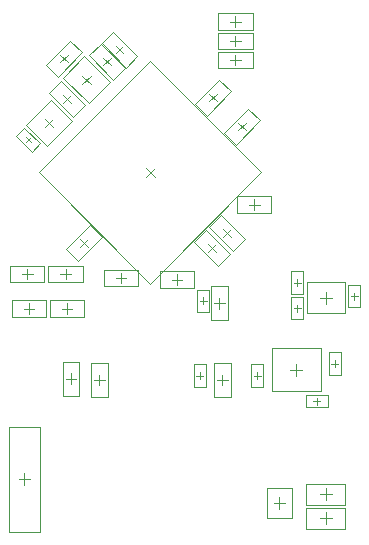
<source format=gbr>
%TF.GenerationSoftware,Altium Limited,Altium Designer,19.1.5 (86)*%
G04 Layer_Color=32896*
%FSLAX26Y26*%
%MOIN*%
%TF.FileFunction,Other,Courtyard_Top*%
%TF.Part,Single*%
G01*
G75*
%TA.AperFunction,NonConductor*%
%ADD47C,0.003937*%
%ADD88C,0.001968*%
D47*
X2335916Y1498480D02*
X2363755Y1526319D01*
X2335916D02*
X2363755Y1498480D01*
X1997820Y1690360D02*
X2025659Y1662521D01*
X1997820Y1662521D02*
X2025659Y1690360D01*
X2123021Y1835360D02*
X2150860Y1807521D01*
X2123021D02*
X2150860Y1835360D01*
X2915000Y1095000D02*
X2954370D01*
X2934685Y1075315D02*
Y1114685D01*
X2836181Y835315D02*
Y874685D01*
X2816496Y855000D02*
X2855866D01*
X1910315Y490000D02*
X1949685D01*
X1930000Y470315D02*
Y509685D01*
X2615708Y1887271D02*
X2651141D01*
X2633425Y1869554D02*
Y1904988D01*
X2590000Y802284D02*
Y837716D01*
X2572283Y820000D02*
X2607716D01*
X2678166Y1405000D02*
X2713599D01*
X2695882Y1387283D02*
Y1422716D01*
X2233620Y1160000D02*
X2269053D01*
X2251337Y1142284D02*
Y1177717D01*
X2421203Y1155000D02*
X2456636D01*
X2438920Y1137283D02*
Y1172716D01*
X2180000Y802284D02*
Y837716D01*
X2162284Y820000D02*
X2197717D01*
X2085000Y807284D02*
Y842716D01*
X2067284Y825000D02*
X2102717D01*
X2542472Y1272527D02*
X2567528Y1247473D01*
X2542472D02*
X2567528Y1272527D01*
X2580000Y1058504D02*
Y1093937D01*
X2562283Y1076220D02*
X2597716D01*
X1921772Y1173347D02*
X1957205D01*
X1939488Y1155630D02*
Y1191063D01*
X1927284Y1058347D02*
X1962716D01*
X1945000Y1040630D02*
Y1076063D01*
X2615708Y2015000D02*
X2651141D01*
X2633425Y1997283D02*
Y2032716D01*
X2615708Y1950000D02*
X2651141D01*
X2633425Y1932283D02*
Y1967716D01*
X2760315Y410000D02*
X2799685D01*
X2780000Y390315D02*
Y429685D01*
X2066968Y1155630D02*
Y1191063D01*
X2049252Y1173347D02*
X2084685D01*
X2071968Y1040630D02*
Y1076063D01*
X2054252Y1058347D02*
X2089685D01*
X1933589Y1629792D02*
X1950292Y1613089D01*
X1933589D02*
X1950292Y1629792D01*
X2839685Y1133189D02*
Y1156811D01*
X2827874Y1145000D02*
X2851496D01*
X2839685Y1048189D02*
Y1071811D01*
X2827874Y1060000D02*
X2851496D01*
X2893189Y750000D02*
X2916811D01*
X2905000Y738189D02*
Y761811D01*
X3029685Y1088189D02*
Y1111811D01*
X3017874Y1100000D02*
X3041496D01*
X2965000Y863189D02*
Y886811D01*
X2953189Y875000D02*
X2976811D01*
X2705354Y823189D02*
Y846811D01*
X2693543Y835000D02*
X2717165D01*
X2935000Y340315D02*
Y379685D01*
X2915315Y360000D02*
X2954685D01*
X2935000Y420315D02*
Y459685D01*
X2915315Y440000D02*
X2954685D01*
X2515000Y823189D02*
Y846811D01*
X2503189Y835000D02*
X2526811D01*
X2525640Y1072727D02*
Y1096349D01*
X2513829Y1084538D02*
X2537451D01*
X2234413Y1933968D02*
X2259468Y1908913D01*
X2234413D02*
X2259468Y1933968D01*
X2545403Y1749048D02*
X2570458Y1774103D01*
X2545403D02*
X2570458Y1749048D01*
X2642472Y1652473D02*
X2667528Y1677527D01*
X2642472D02*
X2667528Y1652473D01*
X2592472Y1322527D02*
X2617528Y1297473D01*
X2592472D02*
X2617528Y1322527D01*
X2115897Y1263937D02*
X2140952Y1288992D01*
X2115897D02*
X2140952Y1263937D01*
X2059413Y1768968D02*
X2084468Y1743913D01*
X2059413D02*
X2084468Y1768968D01*
X2192325Y1893968D02*
X2217380Y1868913D01*
X2192325D02*
X2217380Y1893968D01*
X2049413Y1878913D02*
X2074468Y1903968D01*
X2049413D02*
X2074468Y1878913D01*
D88*
X2349835Y1882656D02*
X2720092Y1512399D01*
X1979579D02*
X2349835Y1142142D01*
X1979579Y1512399D02*
X2349835Y1882656D01*
Y1142142D02*
X2720092Y1512399D01*
X2004780Y1599884D02*
X2088296Y1683400D01*
X1935182Y1669481D02*
X2018699Y1752997D01*
X2088296Y1683400D01*
X1935182Y1669481D02*
X2004780Y1599884D01*
X2058992Y1828400D02*
X2129981Y1899389D01*
X2143900Y1743492D02*
X2214889Y1814481D01*
X2129981Y1899389D02*
X2214889Y1814481D01*
X2058992Y1828400D02*
X2143900Y1743492D01*
X2871496Y1043819D02*
Y1146181D01*
X2997874Y1043819D02*
Y1146181D01*
X2871496D02*
X2997874D01*
X2871496Y1043819D02*
X2997874D01*
X2753504Y784134D02*
X2918858D01*
X2753504Y925866D02*
X2918858D01*
Y784134D02*
Y925866D01*
X2753504Y784134D02*
Y925866D01*
X1878819Y314803D02*
Y665197D01*
X1981181Y314803D02*
Y665197D01*
X1878819Y314803D02*
X1981181D01*
X1878819Y665197D02*
X1981181D01*
X2690512Y1859712D02*
Y1914830D01*
X2576338Y1859712D02*
Y1914830D01*
Y1859712D02*
X2690512D01*
X2576338Y1914830D02*
X2690512D01*
X2562441Y877087D02*
X2617559D01*
X2562441Y762913D02*
X2617559D01*
Y877087D01*
X2562441Y762913D02*
Y877087D01*
X2638795Y1377441D02*
Y1432559D01*
X2752969Y1377441D02*
Y1432559D01*
X2638795D02*
X2752969D01*
X2638795Y1377441D02*
X2752969D01*
X2308424Y1132441D02*
Y1187559D01*
X2194250Y1132441D02*
Y1187559D01*
Y1132441D02*
X2308424D01*
X2194250Y1187559D02*
X2308424D01*
X2381833Y1127441D02*
Y1182559D01*
X2496006Y1127441D02*
Y1182559D01*
X2381833D02*
X2496006D01*
X2381833Y1127441D02*
X2496006D01*
X2152441Y762913D02*
X2207559D01*
X2152441Y877087D02*
X2207559D01*
X2152441Y762913D02*
Y877087D01*
X2207559Y762913D02*
Y877087D01*
X2057441Y767913D02*
X2112559D01*
X2057441Y882087D02*
X2112559D01*
X2057441Y767913D02*
Y882087D01*
X2112559Y767913D02*
Y882087D01*
X2495146Y1280879D02*
X2534121Y1319853D01*
X2575879Y1200147D02*
X2614854Y1239121D01*
X2534121Y1319853D02*
X2614854Y1239121D01*
X2495146Y1280879D02*
X2575879Y1200147D01*
X2552441Y1133307D02*
X2607559D01*
X2552441Y1019134D02*
X2607559D01*
Y1133307D01*
X2552441Y1019134D02*
Y1133307D01*
X1882402Y1145787D02*
Y1200906D01*
X1996575Y1145787D02*
Y1200906D01*
X1882402D02*
X1996575D01*
X1882402Y1145787D02*
X1996575D01*
X1887913Y1030787D02*
Y1085906D01*
X2002087Y1030787D02*
Y1085906D01*
X1887913D02*
X2002087D01*
X1887913Y1030787D02*
X2002087D01*
X2576338Y1987441D02*
Y2042559D01*
X2690512Y1987441D02*
Y2042559D01*
X2576338D02*
X2690512D01*
X2576338Y1987441D02*
X2690512D01*
X2576338Y1922441D02*
Y1977559D01*
X2690512Y1922441D02*
Y1977559D01*
X2576338D02*
X2690512D01*
X2576338Y1922441D02*
X2690512D01*
X2820945Y359213D02*
Y460787D01*
X2739055Y359213D02*
Y460787D01*
X2820945D01*
X2739055Y359213D02*
X2820945D01*
X2009882Y1145787D02*
X2124055D01*
X2009882Y1200906D02*
X2124055D01*
Y1145787D02*
Y1200906D01*
X2009882Y1145787D02*
Y1200906D01*
X2014882Y1030787D02*
X2129055D01*
X2014882Y1085906D02*
X2129055D01*
Y1030787D02*
Y1085906D01*
X2014882Y1030787D02*
Y1085906D01*
X1954468Y1581074D02*
X1982307Y1608913D01*
X1901574Y1633968D02*
X1929413Y1661807D01*
X1901574Y1633968D02*
X1954468Y1581074D01*
X1929413Y1661807D02*
X1982307Y1608913D01*
X2820000Y1182401D02*
X2859370D01*
X2820000Y1107598D02*
X2859370D01*
Y1182401D01*
X2820000Y1107598D02*
Y1182401D01*
X2820000Y1022598D02*
X2859370D01*
X2820000Y1097402D02*
X2859370D01*
X2820000Y1022598D02*
Y1097402D01*
X2859370Y1022598D02*
Y1097402D01*
X2942401Y730315D02*
Y769685D01*
X2867598Y730315D02*
Y769685D01*
Y730315D02*
X2942401D01*
X2867598Y769685D02*
X2942401D01*
X3010000Y1062599D02*
X3049370D01*
X3010000Y1137402D02*
X3049370D01*
X3010000Y1062599D02*
Y1137402D01*
X3049370Y1062599D02*
Y1137402D01*
X2945315Y837598D02*
X2984685D01*
X2945315Y912402D02*
X2984685D01*
X2945315Y837598D02*
Y912402D01*
X2984685Y837598D02*
Y912402D01*
X2685669Y872402D02*
X2725039D01*
X2685669Y797598D02*
X2725039D01*
Y872402D01*
X2685669Y797598D02*
Y872402D01*
X2870039Y395433D02*
X2999961D01*
X2870039Y324567D02*
X2999961D01*
X2870039D02*
Y395433D01*
X2999961Y324567D02*
Y395433D01*
X2870039Y475433D02*
X2999961D01*
X2870039Y404567D02*
X2999961D01*
X2870039D02*
Y475433D01*
X2999961Y404567D02*
Y475433D01*
X2495315Y797598D02*
X2534685D01*
X2495315Y872402D02*
X2534685D01*
X2495315Y797598D02*
Y872402D01*
X2534685Y797598D02*
Y872402D01*
X2505955Y1047137D02*
X2545325D01*
X2505955Y1121940D02*
X2545325D01*
X2505955Y1047137D02*
Y1121940D01*
X2545325Y1047137D02*
Y1121940D01*
X2187087Y1942320D02*
X2226061Y1981294D01*
X2267820Y1861587D02*
X2306794Y1900561D01*
X2226061Y1981294D02*
X2306794Y1900561D01*
X2187087Y1942320D02*
X2267820Y1861587D01*
X2578810Y1821429D02*
X2617784Y1782454D01*
X2498077Y1740696D02*
X2537051Y1701722D01*
X2617784Y1782454D01*
X2498077Y1740696D02*
X2578810Y1821429D01*
X2675879Y1724853D02*
X2714854Y1685879D01*
X2595146Y1644121D02*
X2634121Y1605147D01*
X2714854Y1685879D01*
X2595146Y1644121D02*
X2675879Y1724853D01*
X2625879Y1250147D02*
X2664854Y1289121D01*
X2545146Y1330879D02*
X2584121Y1369853D01*
X2545146Y1330879D02*
X2625879Y1250147D01*
X2584121Y1369853D02*
X2664854Y1289121D01*
X2068571Y1255586D02*
X2107546Y1216611D01*
X2149304Y1336318D02*
X2188278Y1297344D01*
X2068571Y1255586D02*
X2149304Y1336318D01*
X2107546Y1216611D02*
X2188278Y1297344D01*
X2012087Y1777320D02*
X2051061Y1816294D01*
X2092820Y1696587D02*
X2131794Y1735561D01*
X2051061Y1816294D02*
X2131794Y1735561D01*
X2012087Y1777320D02*
X2092820Y1696587D01*
X2144999Y1902320D02*
X2183974Y1941294D01*
X2225732Y1821587D02*
X2264706Y1860561D01*
X2183974Y1941294D02*
X2264706Y1860561D01*
X2144999Y1902320D02*
X2225732Y1821587D01*
X2002087Y1870561D02*
X2041062Y1831587D01*
X2082820Y1951294D02*
X2121794Y1912320D01*
X2002087Y1870561D02*
X2082820Y1951294D01*
X2041062Y1831587D02*
X2121794Y1912320D01*
%TF.MD5,111ccd212bca2a8a3677a9fda8555c6b*%
M02*

</source>
